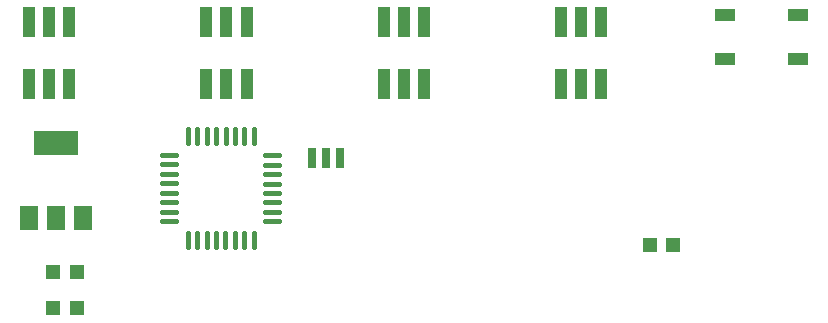
<source format=gtp>
G04 ---------------------------- Layer name :TOP PASTER LAYER*
G04 EasyEDA v5.4.12, Tue, 22 May 2018 18:49:31 GMT*
G04 d7c983edca6a4b4588ebda3a34a87f28*
G04 Gerber Generator version 0.2*
G04 Scale: 100 percent, Rotated: No, Reflected: No *
G04 Dimensions in millimeters *
G04 leading zeros omitted , absolute positions ,3 integer and 3 decimal *
%FSLAX33Y33*%
%MOMM*%
G90*
G71D02*

%ADD13C,0.449999*%
%ADD15R,3.799992X1.999996*%
%ADD16R,1.499997X1.999996*%
%ADD17R,0.701040X1.699260*%
%ADD18R,1.799996X1.099998*%
%ADD19R,1.099998X2.499995*%
%ADD20R,1.206500X1.206500*%

%LPD*%
G54D13*
G01X28194Y9763D02*
G01X28194Y10963D01*
G01X27393Y9763D02*
G01X27393Y10963D01*
G01X26593Y9763D02*
G01X26593Y10963D01*
G01X25793Y9763D02*
G01X25793Y10963D01*
G01X24996Y9763D02*
G01X24996Y10963D01*
G01X24196Y9763D02*
G01X24196Y10963D01*
G01X23395Y9763D02*
G01X23395Y10963D01*
G01X22595Y9763D02*
G01X22595Y10963D01*
G01X21631Y11938D02*
G01X20431Y11938D01*
G01X21631Y12738D02*
G01X20431Y12738D01*
G01X21631Y13538D02*
G01X20431Y13538D01*
G01X21631Y14338D02*
G01X20431Y14338D01*
G01X21631Y15135D02*
G01X20431Y15135D01*
G01X21631Y15935D02*
G01X20431Y15935D01*
G01X21631Y16736D02*
G01X20431Y16736D01*
G01X21631Y17536D02*
G01X20431Y17536D01*
G01X22606Y18526D02*
G01X22606Y19726D01*
G01X23406Y18526D02*
G01X23406Y19726D01*
G01X24206Y18526D02*
G01X24206Y19726D01*
G01X25006Y18526D02*
G01X25006Y19726D01*
G01X25803Y18526D02*
G01X25803Y19726D01*
G01X26603Y18526D02*
G01X26603Y19726D01*
G01X27404Y18526D02*
G01X27404Y19726D01*
G01X28204Y18526D02*
G01X28204Y19726D01*
G01X30368Y17526D02*
G01X29168Y17526D01*
G01X30368Y16725D02*
G01X29168Y16725D01*
G01X30368Y15925D02*
G01X29168Y15925D01*
G01X30368Y15125D02*
G01X29168Y15125D01*
G01X30368Y14328D02*
G01X29168Y14328D01*
G01X30368Y13528D02*
G01X29168Y13528D01*
G01X30368Y12727D02*
G01X29168Y12727D01*
G01X30368Y11927D02*
G01X29168Y11927D01*
G54D15*
G01X11430Y18542D03*
G54D16*
G01X11430Y12241D03*
G01X13729Y12241D03*
G01X9130Y12241D03*
G54D17*
G01X33096Y17270D03*
G01X34290Y17270D03*
G01X35483Y17270D03*
G54D18*
G01X68070Y29371D03*
G01X68070Y25670D03*
G01X74270Y29371D03*
G01X74270Y25670D03*
G54D19*
G01X57580Y28761D03*
G01X55878Y28761D03*
G01X54179Y28761D03*
G01X57580Y23561D03*
G01X55880Y23561D03*
G01X54179Y23561D03*
G01X42579Y28761D03*
G01X40880Y28761D03*
G01X39180Y28761D03*
G01X42579Y23561D03*
G01X40880Y23561D03*
G01X39180Y23561D03*
G01X27580Y28761D03*
G01X25878Y28761D03*
G01X24179Y28761D03*
G01X27580Y23561D03*
G01X25880Y23561D03*
G01X24179Y23561D03*
G01X12579Y28761D03*
G01X10880Y28761D03*
G01X9180Y28761D03*
G01X12579Y23561D03*
G01X10880Y23561D03*
G01X9180Y23561D03*
G54D20*
G01X61723Y9904D03*
G01X63704Y9904D03*
G01X13209Y4570D03*
G01X11228Y4570D03*
G01X13209Y7618D03*
G01X11228Y7618D03*
M00*
M02*

</source>
